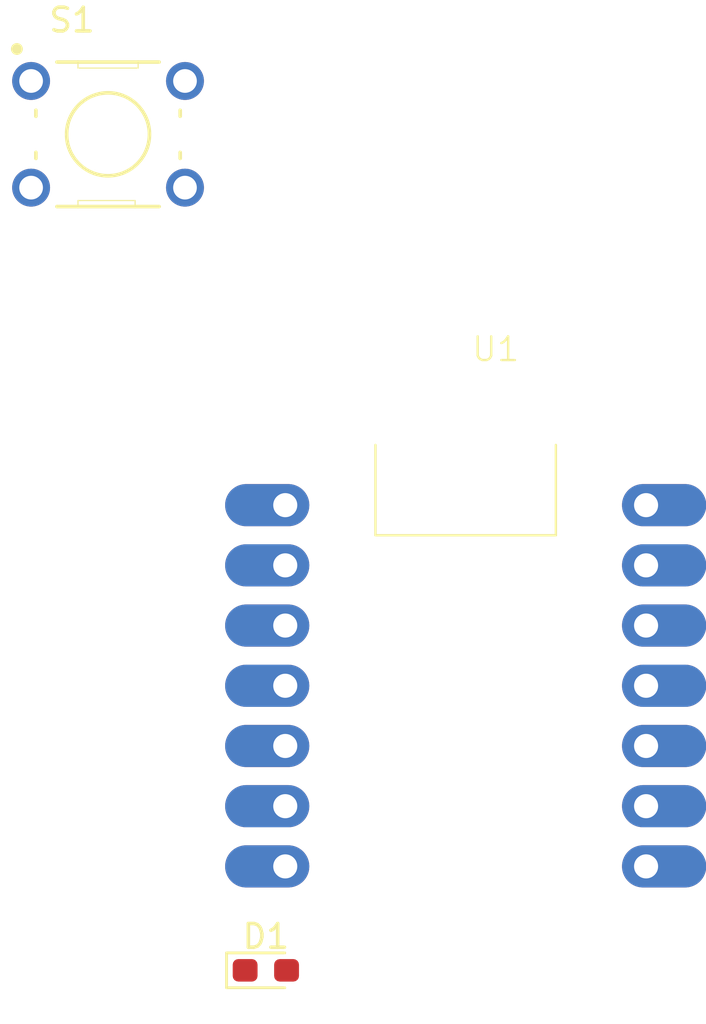
<source format=kicad_pcb>
(kicad_pcb (version 20221018) (generator pcbnew)
  (layers (0 "F.Cu" signal) (31 "B.Cu" signal) (34 "B.Paste" user) (35 "F.Paste" user) (36 "B.SilkS" user "B.Silkscreen") (37 "F.SilkS" user "F.Silkscreen") (38 "B.Mask" user) (39 "F.Mask" user) (44 "Edge.Cuts" user))
  (net 0 "")
  (net 2 "Net-(D1-A)")
  (footprint "LED_SMD:LED_0603_1608Metric_Pad1.05x0.95mm_HandSolder" (layer "F.Cu") (at 31.355 55.88)
    (fp_text reference "D1" (at 0 -1.43) (layer "F.SilkS"))
    (fp_text value "LED")
    (fp_line (start -1.66 -0.735) (end -1.66 0.735) (stroke (width 0.12)) (layer "F.SilkS"))
    (fp_line (start -1.66 0.735) (end 0.8 0.735) (stroke (width 0.12)) (layer "F.SilkS"))
    (fp_line (start 0.8 -0.735) (end -1.66 -0.735) (stroke (width 0.12)) (layer "F.SilkS"))
    (pad "1" smd roundrect (at -0.875 0) (size 1.05 0.95) (layers "F.Cu" "F.Paste" "F.Mask"))
    (pad "2" smd roundrect (at 0.875 0) (size 1.05 0.95) (layers "F.Cu" "F.Paste" "F.Mask") (net 2 "Net-(D1-A)"))
  )
  (footprint "514_KiCAD_Demo:XIAO_ESP32_SENSE" (layer "F.Cu") (at 39.795 43.875)
    (fp_text reference "U1" (at 1.27 -14.2 unlocked) (layer "F.SilkS") (effects (font (thickness 0.1))))
    (fp_text value "~")
    (fp_line (start -3.81 -10.16) (end -3.81 -6.35) (stroke (width 0.1)) (layer "F.SilkS"))
    (fp_line (start -3.81 -6.35) (end 3.81 -6.35) (stroke (width 0.1)) (layer "F.SilkS"))
    (fp_line (start 3.81 -6.35) (end 3.81 -10.16) (stroke (width 0.1)) (layer "F.SilkS"))
    (pad "1" thru_hole oval (at -7.62 -7.62) (size 3.556 1.778) (drill 1.016 (offset -0.762 0)) (layers "*.Cu" "*.Mask"))
    (pad "2" thru_hole oval (at -7.62 -5.08) (size 3.556 1.778) (drill 1.016 (offset -0.762 0)) (layers "*.Cu" "*.Mask"))
    (pad "3" thru_hole oval (at -7.62 -2.54) (size 3.556 1.778) (drill 1.016 (offset -0.762 0)) (layers "*.Cu" "*.Mask") (net 2 "Net-(D1-A)"))
    (pad "4" thru_hole oval (at -7.62 0) (size 3.556 1.778) (drill 1.016 (offset -0.762 0)) (layers "*.Cu" "*.Mask"))
    (pad "5" thru_hole oval (at -7.62 2.54) (size 3.556 1.778) (drill 1.016 (offset -0.762 0)) (layers "*.Cu" "*.Mask"))
    (pad "6" thru_hole oval (at -7.62 5.08) (size 3.556 1.778) (drill 1.016 (offset -0.762 0)) (layers "*.Cu" "*.Mask"))
    (pad "7" thru_hole oval (at -7.62 7.62) (size 3.556 1.778) (drill 1.016 (offset -0.762 0)) (layers "*.Cu" "*.Mask"))
    (pad "8" thru_hole oval (at 7.62 -7.62) (size 3.556 1.778) (drill 1.016 (offset 0.762 0)) (layers "*.Cu" "*.Mask"))
    (pad "9" thru_hole oval (at 7.62 -5.08) (size 3.556 1.778) (drill 1.016 (offset 0.762 0)) (layers "*.Cu" "*.Mask"))
    (pad "10" thru_hole oval (at 7.62 -2.54) (size 3.556 1.778) (drill 1.016 (offset 0.762 0)) (layers "*.Cu" "*.Mask"))
    (pad "11" thru_hole oval (at 7.62 0) (size 3.556 1.778) (drill 1.016 (offset 0.762 0)) (layers "*.Cu" "*.Mask"))
    (pad "12" thru_hole oval (at 7.62 2.54) (size 3.556 1.778) (drill 1.016 (offset 0.762 0)) (layers "*.Cu" "*.Mask"))
    (pad "13" thru_hole oval (at 7.62 5.08) (size 3.556 1.778) (drill 1.016 (offset 0.762 0)) (layers "*.Cu" "*.Mask"))
    (pad "14" thru_hole oval (at 7.62 7.62) (size 3.556 1.778) (drill 1.016 (offset 0.762 0)) (layers "*.Cu" "*.Mask"))
  )
  (footprint "B3F-1000:SW_B3F-1000" (layer "F.Cu") (at 24.69 20.61)
    (fp_text reference "S1" (at -1.523015 -4.818045) (layer "F.SilkS") (effects (font (size 1.000008 1.000008))))
    (fp_text value "B3F-1000")
    (fp_line (start -3.048 -0.762) (end -3.048 -1.016) (stroke (width 0.1524)) (layer "F.SilkS"))
    (fp_line (start -3.048 0.762) (end -3.048 1.016) (stroke (width 0.1524)) (layer "F.SilkS"))
    (fp_line (start -2.159 3.048) (end -1.27 3.048) (stroke (width 0.1524)) (layer "F.SilkS"))
    (fp_line (start -1.27 -3.048) (end -2.159 -3.048) (stroke (width 0.1524)) (layer "F.SilkS"))
    (fp_line (start -1.27 -3.048) (end -1.27 -2.794) (stroke (width 0.0508)) (layer "F.SilkS"))
    (fp_line (start -1.27 2.794) (end -1.27 3.048) (stroke (width 0.0508)) (layer "F.SilkS"))
    (fp_line (start -1.27 3.048) (end 1.143 3.048) (stroke (width 0.1524)) (layer "F.SilkS"))
    (fp_line (start 1.143 2.794) (end -1.27 2.794) (stroke (width 0.0508)) (layer "F.SilkS"))
    (fp_line (start 1.143 2.794) (end 1.143 3.048) (stroke (width 0.0508)) (layer "F.SilkS"))
    (fp_line (start 1.143 3.048) (end 2.159 3.048) (stroke (width 0.1524)) (layer "F.SilkS"))
    (fp_line (start 1.27 -3.048) (end -1.27 -3.048) (stroke (width 0.1524)) (layer "F.SilkS"))
    (fp_line (start 1.27 -2.794) (end -1.27 -2.794) (stroke (width 0.0508)) (layer "F.SilkS"))
    (fp_line (start 1.27 -2.794) (end 1.27 -3.048) (stroke (width 0.0508)) (layer "F.SilkS"))
    (fp_line (start 2.159 -3.048) (end 1.27 -3.048) (stroke (width 0.1524)) (layer "F.SilkS"))
    (fp_line (start 3.048 -0.762) (end 3.048 -1.016) (stroke (width 0.1524)) (layer "F.SilkS"))
    (fp_line (start 3.048 0.762) (end 3.048 1.016) (stroke (width 0.1524)) (layer "F.SilkS"))
    (fp_circle (center -3.85 -3.6) (end -3.6 -3.6) (fill solid) (layer "F.SilkS"))
    (fp_circle (center 0 0) (end 1.75 0) (stroke (width 0.1524)) (fill none) (layer "F.SilkS"))
    (pad "1" thru_hole circle (at -3.25 -2.25) (size 1.6 1.6) (drill 1) (layers "*.Cu" "*.Mask"))
    (pad "2" thru_hole circle (at 3.25 -2.25) (size 1.6 1.6) (drill 1) (layers "*.Cu" "*.Mask"))
    (pad "3" thru_hole circle (at -3.25 2.25) (size 1.6 1.6) (drill 1) (layers "*.Cu" "*.Mask"))
    (pad "4" thru_hole circle (at 3.25 2.25) (size 1.6 1.6) (drill 1) (layers "*.Cu" "*.Mask"))
  )
)
</source>
